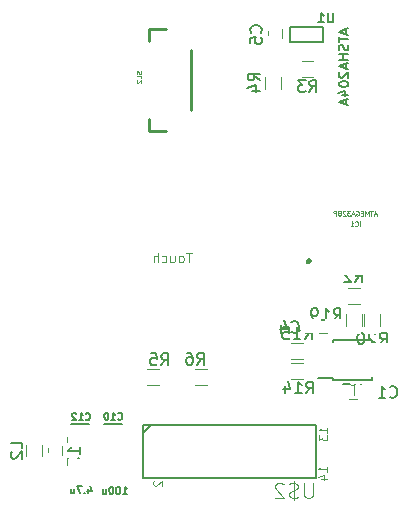
<source format=gbo>
G04 #@! TF.FileFunction,Legend,Bot*
%FSLAX46Y46*%
G04 Gerber Fmt 4.6, Leading zero omitted, Abs format (unit mm)*
G04 Created by KiCad (PCBNEW 4.0.6) date 08/27/17 11:03:30*
%MOMM*%
%LPD*%
G01*
G04 APERTURE LIST*
%ADD10C,0.100000*%
%ADD11C,0.150000*%
%ADD12C,0.508000*%
%ADD13C,0.120000*%
%ADD14C,0.203200*%
%ADD15C,0.254000*%
%ADD16C,0.127000*%
%ADD17C,0.025400*%
%ADD18C,0.101600*%
%ADD19C,0.050800*%
%ADD20R,1.850000X0.850000*%
%ADD21R,1.670000X0.933400*%
%ADD22R,0.933400X1.670000*%
%ADD23R,1.600000X1.150000*%
%ADD24R,1.300000X1.600000*%
%ADD25R,1.398220X1.299160*%
%ADD26R,1.150000X1.600000*%
%ADD27R,1.997660X1.799540*%
%ADD28R,1.600000X1.300000*%
%ADD29R,1.949400X0.999440*%
%ADD30R,2.198320X1.598880*%
%ADD31R,0.900000X1.300000*%
%ADD32R,1.300000X0.900000*%
%ADD33C,1.705560*%
G04 APERTURE END LIST*
D10*
D11*
X161748600Y-115322600D02*
X161748600Y-115147600D01*
X165098600Y-115322600D02*
X165098600Y-115072600D01*
X165098600Y-111972600D02*
X165098600Y-112222600D01*
X161748600Y-111972600D02*
X161748600Y-112222600D01*
X161748600Y-115322600D02*
X165098600Y-115322600D01*
X161748600Y-111972600D02*
X165098600Y-111972600D01*
X161748600Y-115147600D02*
X160498600Y-115147600D01*
D12*
X159725721Y-105291000D02*
G75*
G03X159725721Y-105291000I-35921J0D01*
G01*
D13*
X161284400Y-110202800D02*
X160584400Y-110202800D01*
X160584400Y-111402800D02*
X161284400Y-111402800D01*
X137154200Y-121818400D02*
X137154200Y-120818400D01*
X135794200Y-120818400D02*
X135794200Y-121818400D01*
X155987200Y-89678000D02*
X155987200Y-90678000D01*
X157347200Y-90678000D02*
X157347200Y-89678000D01*
D14*
X158112460Y-86700740D02*
X160898840Y-86700740D01*
X160898840Y-86700740D02*
X160898840Y-85479000D01*
X160898840Y-85479000D02*
X158112460Y-85479000D01*
X158112460Y-85479000D02*
X158112460Y-86700740D01*
D13*
X156270400Y-85662400D02*
X156270400Y-86362400D01*
X157470400Y-86362400D02*
X157470400Y-85662400D01*
D14*
X143891000Y-119057800D02*
X142367000Y-119057800D01*
X141122400Y-119108600D02*
X139598400Y-119108600D01*
D13*
X164025200Y-107582800D02*
X163025200Y-107582800D01*
X163025200Y-108942800D02*
X164025200Y-108942800D01*
X160113600Y-88380400D02*
X159113600Y-88380400D01*
X159113600Y-89740400D02*
X160113600Y-89740400D01*
X146007200Y-115750000D02*
X147007200Y-115750000D01*
X147007200Y-114390000D02*
X146007200Y-114390000D01*
X150071200Y-115750000D02*
X151071200Y-115750000D01*
X151071200Y-114390000D02*
X150071200Y-114390000D01*
D15*
X149758400Y-87409400D02*
X149758400Y-92489400D01*
X147599400Y-85631400D02*
X146202400Y-85631400D01*
X146202400Y-93251400D02*
X146202400Y-94267400D01*
X146202400Y-94267400D02*
X147599400Y-94267400D01*
X146202400Y-85631400D02*
X146202400Y-86647400D01*
D13*
X137626800Y-120968400D02*
X137626800Y-121668400D01*
X138826800Y-121668400D02*
X138826800Y-120968400D01*
X163824400Y-115740000D02*
X163124400Y-115740000D01*
X163124400Y-116940000D02*
X163824400Y-116940000D01*
X158250000Y-115267400D02*
X159250000Y-115267400D01*
X159250000Y-113907400D02*
X158250000Y-113907400D01*
X158250000Y-113565600D02*
X159250000Y-113565600D01*
X159250000Y-112205600D02*
X158250000Y-112205600D01*
X164205200Y-110744000D02*
X164205200Y-109744000D01*
X162845200Y-109744000D02*
X162845200Y-110744000D01*
X165729200Y-110744000D02*
X165729200Y-109744000D01*
X164369200Y-109744000D02*
X164369200Y-110744000D01*
D16*
X145700000Y-119200000D02*
X145700000Y-123645000D01*
X145700000Y-123645000D02*
X160305000Y-123645000D01*
X160305000Y-123645000D02*
X160305000Y-119200000D01*
X160305000Y-119200000D02*
X145700000Y-119200000D01*
X146335000Y-119200000D02*
X145700000Y-119835000D01*
X145700000Y-119835000D02*
X145700000Y-119200000D01*
X145700000Y-119200000D02*
X146335000Y-119200000D01*
D11*
X164185505Y-115699981D02*
X164185505Y-116509505D01*
X164137886Y-116604743D01*
X164090267Y-116652362D01*
X163995029Y-116699981D01*
X163804552Y-116699981D01*
X163709314Y-116652362D01*
X163661695Y-116604743D01*
X163614076Y-116509505D01*
X163614076Y-115699981D01*
X163233124Y-115699981D02*
X162614076Y-115699981D01*
X162947410Y-116080933D01*
X162804552Y-116080933D01*
X162709314Y-116128552D01*
X162661695Y-116176171D01*
X162614076Y-116271410D01*
X162614076Y-116509505D01*
X162661695Y-116604743D01*
X162709314Y-116652362D01*
X162804552Y-116699981D01*
X163090267Y-116699981D01*
X163185505Y-116652362D01*
X163233124Y-116604743D01*
D17*
X164075324Y-102329248D02*
X164075324Y-101922848D01*
X163649572Y-102290543D02*
X163668924Y-102309895D01*
X163726981Y-102329248D01*
X163765686Y-102329248D01*
X163823743Y-102309895D01*
X163862448Y-102271190D01*
X163881800Y-102232486D01*
X163901152Y-102155076D01*
X163901152Y-102097019D01*
X163881800Y-102019610D01*
X163862448Y-101980905D01*
X163823743Y-101942200D01*
X163765686Y-101922848D01*
X163726981Y-101922848D01*
X163668924Y-101942200D01*
X163649572Y-101961552D01*
X163262524Y-102329248D02*
X163494752Y-102329248D01*
X163378638Y-102329248D02*
X163378638Y-101922848D01*
X163417343Y-101980905D01*
X163456048Y-102019610D01*
X163494752Y-102038962D01*
X165456600Y-101324133D02*
X165263077Y-101324133D01*
X165495305Y-101440248D02*
X165359839Y-101033848D01*
X165224372Y-101440248D01*
X165146962Y-101033848D02*
X164914734Y-101033848D01*
X165030848Y-101440248D02*
X165030848Y-101033848D01*
X164779267Y-101440248D02*
X164779267Y-101033848D01*
X164643800Y-101324133D01*
X164508334Y-101033848D01*
X164508334Y-101440248D01*
X164314810Y-101227371D02*
X164179343Y-101227371D01*
X164121286Y-101440248D02*
X164314810Y-101440248D01*
X164314810Y-101033848D01*
X164121286Y-101033848D01*
X163734239Y-101053200D02*
X163772944Y-101033848D01*
X163831001Y-101033848D01*
X163889058Y-101053200D01*
X163927763Y-101091905D01*
X163947115Y-101130610D01*
X163966467Y-101208019D01*
X163966467Y-101266076D01*
X163947115Y-101343486D01*
X163927763Y-101382190D01*
X163889058Y-101420895D01*
X163831001Y-101440248D01*
X163792296Y-101440248D01*
X163734239Y-101420895D01*
X163714887Y-101401543D01*
X163714887Y-101266076D01*
X163792296Y-101266076D01*
X163560067Y-101324133D02*
X163366544Y-101324133D01*
X163598772Y-101440248D02*
X163463306Y-101033848D01*
X163327839Y-101440248D01*
X163231077Y-101033848D02*
X162979496Y-101033848D01*
X163114963Y-101188667D01*
X163056905Y-101188667D01*
X163018201Y-101208019D01*
X162998848Y-101227371D01*
X162979496Y-101266076D01*
X162979496Y-101362838D01*
X162998848Y-101401543D01*
X163018201Y-101420895D01*
X163056905Y-101440248D01*
X163173020Y-101440248D01*
X163211724Y-101420895D01*
X163231077Y-101401543D01*
X162824676Y-101072552D02*
X162805324Y-101053200D01*
X162766619Y-101033848D01*
X162669857Y-101033848D01*
X162631153Y-101053200D01*
X162611800Y-101072552D01*
X162592448Y-101111257D01*
X162592448Y-101149962D01*
X162611800Y-101208019D01*
X162844029Y-101440248D01*
X162592448Y-101440248D01*
X162360219Y-101208019D02*
X162398924Y-101188667D01*
X162418276Y-101169314D01*
X162437628Y-101130610D01*
X162437628Y-101111257D01*
X162418276Y-101072552D01*
X162398924Y-101053200D01*
X162360219Y-101033848D01*
X162282809Y-101033848D01*
X162244105Y-101053200D01*
X162224752Y-101072552D01*
X162205400Y-101111257D01*
X162205400Y-101130610D01*
X162224752Y-101169314D01*
X162244105Y-101188667D01*
X162282809Y-101208019D01*
X162360219Y-101208019D01*
X162398924Y-101227371D01*
X162418276Y-101246724D01*
X162437628Y-101285429D01*
X162437628Y-101362838D01*
X162418276Y-101401543D01*
X162398924Y-101420895D01*
X162360219Y-101440248D01*
X162282809Y-101440248D01*
X162244105Y-101420895D01*
X162224752Y-101401543D01*
X162205400Y-101362838D01*
X162205400Y-101285429D01*
X162224752Y-101246724D01*
X162244105Y-101227371D01*
X162282809Y-101208019D01*
X162031228Y-101440248D02*
X162031228Y-101033848D01*
X161876409Y-101033848D01*
X161837704Y-101053200D01*
X161818352Y-101072552D01*
X161799000Y-101111257D01*
X161799000Y-101169314D01*
X161818352Y-101208019D01*
X161837704Y-101227371D01*
X161876409Y-101246724D01*
X162031228Y-101246724D01*
D11*
X158256266Y-111261543D02*
X158303885Y-111309162D01*
X158446742Y-111356781D01*
X158541980Y-111356781D01*
X158684838Y-111309162D01*
X158780076Y-111213924D01*
X158827695Y-111118686D01*
X158875314Y-110928210D01*
X158875314Y-110785352D01*
X158827695Y-110594876D01*
X158780076Y-110499638D01*
X158684838Y-110404400D01*
X158541980Y-110356781D01*
X158446742Y-110356781D01*
X158303885Y-110404400D01*
X158256266Y-110452019D01*
X157399123Y-110690114D02*
X157399123Y-111356781D01*
X157637219Y-110309162D02*
X157875314Y-111023448D01*
X157256266Y-111023448D01*
X135476581Y-121151734D02*
X135476581Y-120675543D01*
X134476581Y-120675543D01*
X134571819Y-121437448D02*
X134524200Y-121485067D01*
X134476581Y-121580305D01*
X134476581Y-121818401D01*
X134524200Y-121913639D01*
X134571819Y-121961258D01*
X134667057Y-122008877D01*
X134762295Y-122008877D01*
X134905152Y-121961258D01*
X135476581Y-121389829D01*
X135476581Y-122008877D01*
D13*
X149803552Y-104573967D02*
X149346409Y-104573967D01*
X149574980Y-105373967D02*
X149574980Y-104573967D01*
X148965456Y-105373967D02*
X149041647Y-105335872D01*
X149079742Y-105297776D01*
X149117837Y-105221586D01*
X149117837Y-104993014D01*
X149079742Y-104916824D01*
X149041647Y-104878729D01*
X148965456Y-104840633D01*
X148851170Y-104840633D01*
X148774980Y-104878729D01*
X148736885Y-104916824D01*
X148698789Y-104993014D01*
X148698789Y-105221586D01*
X148736885Y-105297776D01*
X148774980Y-105335872D01*
X148851170Y-105373967D01*
X148965456Y-105373967D01*
X148013075Y-104840633D02*
X148013075Y-105373967D01*
X148355932Y-104840633D02*
X148355932Y-105259681D01*
X148317837Y-105335872D01*
X148241646Y-105373967D01*
X148127360Y-105373967D01*
X148051170Y-105335872D01*
X148013075Y-105297776D01*
X147289265Y-105335872D02*
X147365455Y-105373967D01*
X147517836Y-105373967D01*
X147594027Y-105335872D01*
X147632122Y-105297776D01*
X147670217Y-105221586D01*
X147670217Y-104993014D01*
X147632122Y-104916824D01*
X147594027Y-104878729D01*
X147517836Y-104840633D01*
X147365455Y-104840633D01*
X147289265Y-104878729D01*
X146946408Y-105373967D02*
X146946408Y-104573967D01*
X146603551Y-105373967D02*
X146603551Y-104954919D01*
X146641646Y-104878729D01*
X146717836Y-104840633D01*
X146832122Y-104840633D01*
X146908313Y-104878729D01*
X146946408Y-104916824D01*
D11*
X155570181Y-89985934D02*
X155093990Y-89652600D01*
X155570181Y-89414505D02*
X154570181Y-89414505D01*
X154570181Y-89795458D01*
X154617800Y-89890696D01*
X154665419Y-89938315D01*
X154760657Y-89985934D01*
X154903514Y-89985934D01*
X154998752Y-89938315D01*
X155046371Y-89890696D01*
X155093990Y-89795458D01*
X155093990Y-89414505D01*
X154903514Y-90843077D02*
X155570181Y-90843077D01*
X154522562Y-90604981D02*
X155236848Y-90366886D01*
X155236848Y-90985934D01*
D16*
X161807676Y-84271895D02*
X161807676Y-84929876D01*
X161768971Y-85007286D01*
X161730267Y-85045990D01*
X161652857Y-85084695D01*
X161498038Y-85084695D01*
X161420629Y-85045990D01*
X161381924Y-85007286D01*
X161343219Y-84929876D01*
X161343219Y-84271895D01*
X160530419Y-85084695D02*
X160994876Y-85084695D01*
X160762647Y-85084695D02*
X160762647Y-84271895D01*
X160840057Y-84388010D01*
X160917466Y-84465419D01*
X160994876Y-84504124D01*
X162847867Y-85658010D02*
X162847867Y-86045058D01*
X163080095Y-85580601D02*
X162267295Y-85851534D01*
X163080095Y-86122467D01*
X162267295Y-86277287D02*
X162267295Y-86741744D01*
X163080095Y-86509515D02*
X162267295Y-86509515D01*
X163041390Y-86973972D02*
X163080095Y-87090086D01*
X163080095Y-87283610D01*
X163041390Y-87361020D01*
X163002686Y-87399724D01*
X162925276Y-87438429D01*
X162847867Y-87438429D01*
X162770457Y-87399724D01*
X162731752Y-87361020D01*
X162693048Y-87283610D01*
X162654343Y-87128791D01*
X162615638Y-87051382D01*
X162576933Y-87012677D01*
X162499524Y-86973972D01*
X162422114Y-86973972D01*
X162344705Y-87012677D01*
X162306000Y-87051382D01*
X162267295Y-87128791D01*
X162267295Y-87322315D01*
X162306000Y-87438429D01*
X163080095Y-87786772D02*
X162267295Y-87786772D01*
X162654343Y-87786772D02*
X162654343Y-88251229D01*
X163080095Y-88251229D02*
X162267295Y-88251229D01*
X162847867Y-88599572D02*
X162847867Y-88986620D01*
X163080095Y-88522163D02*
X162267295Y-88793096D01*
X163080095Y-89064029D01*
X162344705Y-89296258D02*
X162306000Y-89334963D01*
X162267295Y-89412372D01*
X162267295Y-89605896D01*
X162306000Y-89683306D01*
X162344705Y-89722010D01*
X162422114Y-89760715D01*
X162499524Y-89760715D01*
X162615638Y-89722010D01*
X163080095Y-89257553D01*
X163080095Y-89760715D01*
X162267295Y-90263877D02*
X162267295Y-90341286D01*
X162306000Y-90418696D01*
X162344705Y-90457401D01*
X162422114Y-90496105D01*
X162576933Y-90534810D01*
X162770457Y-90534810D01*
X162925276Y-90496105D01*
X163002686Y-90457401D01*
X163041390Y-90418696D01*
X163080095Y-90341286D01*
X163080095Y-90263877D01*
X163041390Y-90186467D01*
X163002686Y-90147763D01*
X162925276Y-90109058D01*
X162770457Y-90070353D01*
X162576933Y-90070353D01*
X162422114Y-90109058D01*
X162344705Y-90147763D01*
X162306000Y-90186467D01*
X162267295Y-90263877D01*
X162538229Y-91231496D02*
X163080095Y-91231496D01*
X162228590Y-91037972D02*
X162809162Y-90844448D01*
X162809162Y-91347610D01*
X162847867Y-91618543D02*
X162847867Y-92005591D01*
X163080095Y-91541134D02*
X162267295Y-91812067D01*
X163080095Y-92083000D01*
D11*
X155652743Y-85947334D02*
X155700362Y-85899715D01*
X155747981Y-85756858D01*
X155747981Y-85661620D01*
X155700362Y-85518762D01*
X155605124Y-85423524D01*
X155509886Y-85375905D01*
X155319410Y-85328286D01*
X155176552Y-85328286D01*
X154986076Y-85375905D01*
X154890838Y-85423524D01*
X154795600Y-85518762D01*
X154747981Y-85661620D01*
X154747981Y-85756858D01*
X154795600Y-85899715D01*
X154843219Y-85947334D01*
X154747981Y-86852096D02*
X154747981Y-86375905D01*
X155224171Y-86328286D01*
X155176552Y-86375905D01*
X155128933Y-86471143D01*
X155128933Y-86709239D01*
X155176552Y-86804477D01*
X155224171Y-86852096D01*
X155319410Y-86899715D01*
X155557505Y-86899715D01*
X155652743Y-86852096D01*
X155700362Y-86804477D01*
X155747981Y-86709239D01*
X155747981Y-86471143D01*
X155700362Y-86375905D01*
X155652743Y-86328286D01*
D16*
X143571685Y-118665914D02*
X143600714Y-118694943D01*
X143687800Y-118723971D01*
X143745857Y-118723971D01*
X143832942Y-118694943D01*
X143891000Y-118636886D01*
X143920028Y-118578829D01*
X143949057Y-118462714D01*
X143949057Y-118375629D01*
X143920028Y-118259514D01*
X143891000Y-118201457D01*
X143832942Y-118143400D01*
X143745857Y-118114371D01*
X143687800Y-118114371D01*
X143600714Y-118143400D01*
X143571685Y-118172429D01*
X142991114Y-118723971D02*
X143339457Y-118723971D01*
X143165285Y-118723971D02*
X143165285Y-118114371D01*
X143223342Y-118201457D01*
X143281400Y-118259514D01*
X143339457Y-118288543D01*
X142613743Y-118114371D02*
X142555686Y-118114371D01*
X142497629Y-118143400D01*
X142468600Y-118172429D01*
X142439571Y-118230486D01*
X142410543Y-118346600D01*
X142410543Y-118491743D01*
X142439571Y-118607857D01*
X142468600Y-118665914D01*
X142497629Y-118694943D01*
X142555686Y-118723971D01*
X142613743Y-118723971D01*
X142671800Y-118694943D01*
X142700829Y-118665914D01*
X142729857Y-118607857D01*
X142758886Y-118491743D01*
X142758886Y-118346600D01*
X142729857Y-118230486D01*
X142700829Y-118172429D01*
X142671800Y-118143400D01*
X142613743Y-118114371D01*
X143988971Y-124997771D02*
X144337314Y-124997771D01*
X144163142Y-124997771D02*
X144163142Y-124388171D01*
X144221199Y-124475257D01*
X144279257Y-124533314D01*
X144337314Y-124562343D01*
X143611600Y-124388171D02*
X143553543Y-124388171D01*
X143495486Y-124417200D01*
X143466457Y-124446229D01*
X143437428Y-124504286D01*
X143408400Y-124620400D01*
X143408400Y-124765543D01*
X143437428Y-124881657D01*
X143466457Y-124939714D01*
X143495486Y-124968743D01*
X143553543Y-124997771D01*
X143611600Y-124997771D01*
X143669657Y-124968743D01*
X143698686Y-124939714D01*
X143727714Y-124881657D01*
X143756743Y-124765543D01*
X143756743Y-124620400D01*
X143727714Y-124504286D01*
X143698686Y-124446229D01*
X143669657Y-124417200D01*
X143611600Y-124388171D01*
X143031029Y-124388171D02*
X142972972Y-124388171D01*
X142914915Y-124417200D01*
X142885886Y-124446229D01*
X142856857Y-124504286D01*
X142827829Y-124620400D01*
X142827829Y-124765543D01*
X142856857Y-124881657D01*
X142885886Y-124939714D01*
X142914915Y-124968743D01*
X142972972Y-124997771D01*
X143031029Y-124997771D01*
X143089086Y-124968743D01*
X143118115Y-124939714D01*
X143147143Y-124881657D01*
X143176172Y-124765543D01*
X143176172Y-124620400D01*
X143147143Y-124504286D01*
X143118115Y-124446229D01*
X143089086Y-124417200D01*
X143031029Y-124388171D01*
X142305315Y-124591371D02*
X142305315Y-124997771D01*
X142566572Y-124591371D02*
X142566572Y-124910686D01*
X142537544Y-124968743D01*
X142479486Y-124997771D01*
X142392401Y-124997771D01*
X142334344Y-124968743D01*
X142305315Y-124939714D01*
X140828485Y-118691314D02*
X140857514Y-118720343D01*
X140944600Y-118749371D01*
X141002657Y-118749371D01*
X141089742Y-118720343D01*
X141147800Y-118662286D01*
X141176828Y-118604229D01*
X141205857Y-118488114D01*
X141205857Y-118401029D01*
X141176828Y-118284914D01*
X141147800Y-118226857D01*
X141089742Y-118168800D01*
X141002657Y-118139771D01*
X140944600Y-118139771D01*
X140857514Y-118168800D01*
X140828485Y-118197829D01*
X140247914Y-118749371D02*
X140596257Y-118749371D01*
X140422085Y-118749371D02*
X140422085Y-118139771D01*
X140480142Y-118226857D01*
X140538200Y-118284914D01*
X140596257Y-118313943D01*
X140015686Y-118197829D02*
X139986657Y-118168800D01*
X139928600Y-118139771D01*
X139783457Y-118139771D01*
X139725400Y-118168800D01*
X139696371Y-118197829D01*
X139667343Y-118255886D01*
X139667343Y-118313943D01*
X139696371Y-118401029D01*
X140044714Y-118749371D01*
X139667343Y-118749371D01*
X141057085Y-124540571D02*
X141057085Y-124946971D01*
X141202228Y-124308343D02*
X141347371Y-124743771D01*
X140969999Y-124743771D01*
X140737771Y-124888914D02*
X140708743Y-124917943D01*
X140737771Y-124946971D01*
X140766800Y-124917943D01*
X140737771Y-124888914D01*
X140737771Y-124946971D01*
X140505542Y-124337371D02*
X140099142Y-124337371D01*
X140360399Y-124946971D01*
X139605657Y-124540571D02*
X139605657Y-124946971D01*
X139866914Y-124540571D02*
X139866914Y-124859886D01*
X139837886Y-124917943D01*
X139779828Y-124946971D01*
X139692743Y-124946971D01*
X139634686Y-124917943D01*
X139605657Y-124888914D01*
D11*
X163666466Y-107064181D02*
X163999800Y-106587990D01*
X164237895Y-107064181D02*
X164237895Y-106064181D01*
X163856942Y-106064181D01*
X163761704Y-106111800D01*
X163714085Y-106159419D01*
X163666466Y-106254657D01*
X163666466Y-106397514D01*
X163714085Y-106492752D01*
X163761704Y-106540371D01*
X163856942Y-106587990D01*
X164237895Y-106587990D01*
X163285514Y-106159419D02*
X163237895Y-106111800D01*
X163142657Y-106064181D01*
X162904561Y-106064181D01*
X162809323Y-106111800D01*
X162761704Y-106159419D01*
X162714085Y-106254657D01*
X162714085Y-106349895D01*
X162761704Y-106492752D01*
X163333133Y-107064181D01*
X162714085Y-107064181D01*
X159780266Y-90962781D02*
X160113600Y-90486590D01*
X160351695Y-90962781D02*
X160351695Y-89962781D01*
X159970742Y-89962781D01*
X159875504Y-90010400D01*
X159827885Y-90058019D01*
X159780266Y-90153257D01*
X159780266Y-90296114D01*
X159827885Y-90391352D01*
X159875504Y-90438971D01*
X159970742Y-90486590D01*
X160351695Y-90486590D01*
X159446933Y-89962781D02*
X158827885Y-89962781D01*
X159161219Y-90343733D01*
X159018361Y-90343733D01*
X158923123Y-90391352D01*
X158875504Y-90438971D01*
X158827885Y-90534210D01*
X158827885Y-90772305D01*
X158875504Y-90867543D01*
X158923123Y-90915162D01*
X159018361Y-90962781D01*
X159304076Y-90962781D01*
X159399314Y-90915162D01*
X159446933Y-90867543D01*
X147232666Y-114099981D02*
X147566000Y-113623790D01*
X147804095Y-114099981D02*
X147804095Y-113099981D01*
X147423142Y-113099981D01*
X147327904Y-113147600D01*
X147280285Y-113195219D01*
X147232666Y-113290457D01*
X147232666Y-113433314D01*
X147280285Y-113528552D01*
X147327904Y-113576171D01*
X147423142Y-113623790D01*
X147804095Y-113623790D01*
X146327904Y-113099981D02*
X146804095Y-113099981D01*
X146851714Y-113576171D01*
X146804095Y-113528552D01*
X146708857Y-113480933D01*
X146470761Y-113480933D01*
X146375523Y-113528552D01*
X146327904Y-113576171D01*
X146280285Y-113671410D01*
X146280285Y-113909505D01*
X146327904Y-114004743D01*
X146375523Y-114052362D01*
X146470761Y-114099981D01*
X146708857Y-114099981D01*
X146804095Y-114052362D01*
X146851714Y-114004743D01*
X150280666Y-114049181D02*
X150614000Y-113572990D01*
X150852095Y-114049181D02*
X150852095Y-113049181D01*
X150471142Y-113049181D01*
X150375904Y-113096800D01*
X150328285Y-113144419D01*
X150280666Y-113239657D01*
X150280666Y-113382514D01*
X150328285Y-113477752D01*
X150375904Y-113525371D01*
X150471142Y-113572990D01*
X150852095Y-113572990D01*
X149423523Y-113049181D02*
X149614000Y-113049181D01*
X149709238Y-113096800D01*
X149756857Y-113144419D01*
X149852095Y-113287276D01*
X149899714Y-113477752D01*
X149899714Y-113858705D01*
X149852095Y-113953943D01*
X149804476Y-114001562D01*
X149709238Y-114049181D01*
X149518761Y-114049181D01*
X149423523Y-114001562D01*
X149375904Y-113953943D01*
X149328285Y-113858705D01*
X149328285Y-113620610D01*
X149375904Y-113525371D01*
X149423523Y-113477752D01*
X149518761Y-113430133D01*
X149709238Y-113430133D01*
X149804476Y-113477752D01*
X149852095Y-113525371D01*
X149899714Y-113620610D01*
D17*
X145528695Y-89221267D02*
X145548048Y-89279324D01*
X145548048Y-89376086D01*
X145528695Y-89414790D01*
X145509343Y-89434143D01*
X145470638Y-89453495D01*
X145431933Y-89453495D01*
X145393229Y-89434143D01*
X145373876Y-89414790D01*
X145354524Y-89376086D01*
X145335171Y-89298676D01*
X145315819Y-89259971D01*
X145296467Y-89240619D01*
X145257762Y-89221267D01*
X145219057Y-89221267D01*
X145180352Y-89240619D01*
X145161000Y-89259971D01*
X145141648Y-89298676D01*
X145141648Y-89395438D01*
X145161000Y-89453495D01*
X145548048Y-89821191D02*
X145548048Y-89627667D01*
X145141648Y-89627667D01*
X145180352Y-89937305D02*
X145161000Y-89956657D01*
X145141648Y-89995362D01*
X145141648Y-90092124D01*
X145161000Y-90130828D01*
X145180352Y-90150181D01*
X145219057Y-90169533D01*
X145257762Y-90169533D01*
X145315819Y-90150181D01*
X145548048Y-89917952D01*
X145548048Y-90169533D01*
D11*
X140215943Y-120657143D02*
X140263562Y-120609524D01*
X140311181Y-120466667D01*
X140311181Y-120371429D01*
X140263562Y-120228571D01*
X140168324Y-120133333D01*
X140073086Y-120085714D01*
X139882610Y-120038095D01*
X139739752Y-120038095D01*
X139549276Y-120085714D01*
X139454038Y-120133333D01*
X139358800Y-120228571D01*
X139311181Y-120371429D01*
X139311181Y-120466667D01*
X139358800Y-120609524D01*
X139406419Y-120657143D01*
X140311181Y-121609524D02*
X140311181Y-121038095D01*
X140311181Y-121323809D02*
X139311181Y-121323809D01*
X139454038Y-121228571D01*
X139549276Y-121133333D01*
X139596895Y-121038095D01*
X139311181Y-121942857D02*
X139311181Y-122561905D01*
X139692133Y-122228571D01*
X139692133Y-122371429D01*
X139739752Y-122466667D01*
X139787371Y-122514286D01*
X139882610Y-122561905D01*
X140120705Y-122561905D01*
X140215943Y-122514286D01*
X140263562Y-122466667D01*
X140311181Y-122371429D01*
X140311181Y-122085714D01*
X140263562Y-121990476D01*
X140215943Y-121942857D01*
X166587466Y-116773343D02*
X166635085Y-116820962D01*
X166777942Y-116868581D01*
X166873180Y-116868581D01*
X167016038Y-116820962D01*
X167111276Y-116725724D01*
X167158895Y-116630486D01*
X167206514Y-116440010D01*
X167206514Y-116297152D01*
X167158895Y-116106676D01*
X167111276Y-116011438D01*
X167016038Y-115916200D01*
X166873180Y-115868581D01*
X166777942Y-115868581D01*
X166635085Y-115916200D01*
X166587466Y-115963819D01*
X165635085Y-116868581D02*
X166206514Y-116868581D01*
X165920800Y-116868581D02*
X165920800Y-115868581D01*
X166016038Y-116011438D01*
X166111276Y-116106676D01*
X166206514Y-116154295D01*
X159494457Y-116487581D02*
X159827791Y-116011390D01*
X160065886Y-116487581D02*
X160065886Y-115487581D01*
X159684933Y-115487581D01*
X159589695Y-115535200D01*
X159542076Y-115582819D01*
X159494457Y-115678057D01*
X159494457Y-115820914D01*
X159542076Y-115916152D01*
X159589695Y-115963771D01*
X159684933Y-116011390D01*
X160065886Y-116011390D01*
X158542076Y-116487581D02*
X159113505Y-116487581D01*
X158827791Y-116487581D02*
X158827791Y-115487581D01*
X158923029Y-115630438D01*
X159018267Y-115725676D01*
X159113505Y-115773295D01*
X157684933Y-115820914D02*
X157684933Y-116487581D01*
X157923029Y-115439962D02*
X158161124Y-116154248D01*
X157542076Y-116154248D01*
X159392857Y-111887981D02*
X159726191Y-111411790D01*
X159964286Y-111887981D02*
X159964286Y-110887981D01*
X159583333Y-110887981D01*
X159488095Y-110935600D01*
X159440476Y-110983219D01*
X159392857Y-111078457D01*
X159392857Y-111221314D01*
X159440476Y-111316552D01*
X159488095Y-111364171D01*
X159583333Y-111411790D01*
X159964286Y-111411790D01*
X158440476Y-111887981D02*
X159011905Y-111887981D01*
X158726191Y-111887981D02*
X158726191Y-110887981D01*
X158821429Y-111030838D01*
X158916667Y-111126076D01*
X159011905Y-111173695D01*
X157535714Y-110887981D02*
X158011905Y-110887981D01*
X158059524Y-111364171D01*
X158011905Y-111316552D01*
X157916667Y-111268933D01*
X157678571Y-111268933D01*
X157583333Y-111316552D01*
X157535714Y-111364171D01*
X157488095Y-111459410D01*
X157488095Y-111697505D01*
X157535714Y-111792743D01*
X157583333Y-111840362D01*
X157678571Y-111887981D01*
X157916667Y-111887981D01*
X158011905Y-111840362D01*
X158059524Y-111792743D01*
X161831257Y-110289981D02*
X162164591Y-109813790D01*
X162402686Y-110289981D02*
X162402686Y-109289981D01*
X162021733Y-109289981D01*
X161926495Y-109337600D01*
X161878876Y-109385219D01*
X161831257Y-109480457D01*
X161831257Y-109623314D01*
X161878876Y-109718552D01*
X161926495Y-109766171D01*
X162021733Y-109813790D01*
X162402686Y-109813790D01*
X160878876Y-110289981D02*
X161450305Y-110289981D01*
X161164591Y-110289981D02*
X161164591Y-109289981D01*
X161259829Y-109432838D01*
X161355067Y-109528076D01*
X161450305Y-109575695D01*
X160402686Y-110289981D02*
X160212210Y-110289981D01*
X160116971Y-110242362D01*
X160069352Y-110194743D01*
X159974114Y-110051886D01*
X159926495Y-109861410D01*
X159926495Y-109480457D01*
X159974114Y-109385219D01*
X160021733Y-109337600D01*
X160116971Y-109289981D01*
X160307448Y-109289981D01*
X160402686Y-109337600D01*
X160450305Y-109385219D01*
X160497924Y-109480457D01*
X160497924Y-109718552D01*
X160450305Y-109813790D01*
X160402686Y-109861410D01*
X160307448Y-109909029D01*
X160116971Y-109909029D01*
X160021733Y-109861410D01*
X159974114Y-109813790D01*
X159926495Y-109718552D01*
X165742857Y-112347381D02*
X166076191Y-111871190D01*
X166314286Y-112347381D02*
X166314286Y-111347381D01*
X165933333Y-111347381D01*
X165838095Y-111395000D01*
X165790476Y-111442619D01*
X165742857Y-111537857D01*
X165742857Y-111680714D01*
X165790476Y-111775952D01*
X165838095Y-111823571D01*
X165933333Y-111871190D01*
X166314286Y-111871190D01*
X165361905Y-111442619D02*
X165314286Y-111395000D01*
X165219048Y-111347381D01*
X164980952Y-111347381D01*
X164885714Y-111395000D01*
X164838095Y-111442619D01*
X164790476Y-111537857D01*
X164790476Y-111633095D01*
X164838095Y-111775952D01*
X165409524Y-112347381D01*
X164790476Y-112347381D01*
X164171429Y-111347381D02*
X164076190Y-111347381D01*
X163980952Y-111395000D01*
X163933333Y-111442619D01*
X163885714Y-111537857D01*
X163838095Y-111728333D01*
X163838095Y-111966429D01*
X163885714Y-112156905D01*
X163933333Y-112252143D01*
X163980952Y-112299762D01*
X164076190Y-112347381D01*
X164171429Y-112347381D01*
X164266667Y-112299762D01*
X164314286Y-112252143D01*
X164361905Y-112156905D01*
X164409524Y-111966429D01*
X164409524Y-111728333D01*
X164361905Y-111537857D01*
X164314286Y-111442619D01*
X164266667Y-111395000D01*
X164171429Y-111347381D01*
D18*
X160068381Y-124077324D02*
X160068381Y-125105419D01*
X160007905Y-125226371D01*
X159947429Y-125286848D01*
X159826476Y-125347324D01*
X159584572Y-125347324D01*
X159463619Y-125286848D01*
X159403143Y-125226371D01*
X159342667Y-125105419D01*
X159342667Y-124077324D01*
X158798381Y-125286848D02*
X158616953Y-125347324D01*
X158314572Y-125347324D01*
X158193619Y-125286848D01*
X158133143Y-125226371D01*
X158072667Y-125105419D01*
X158072667Y-124984467D01*
X158133143Y-124863514D01*
X158193619Y-124803038D01*
X158314572Y-124742562D01*
X158556476Y-124682086D01*
X158677429Y-124621610D01*
X158737905Y-124561133D01*
X158798381Y-124440181D01*
X158798381Y-124319229D01*
X158737905Y-124198276D01*
X158677429Y-124137800D01*
X158556476Y-124077324D01*
X158254096Y-124077324D01*
X158072667Y-124137800D01*
X158435524Y-123895895D02*
X158435524Y-125528752D01*
X157588857Y-124198276D02*
X157528381Y-124137800D01*
X157407429Y-124077324D01*
X157105048Y-124077324D01*
X156984095Y-124137800D01*
X156923619Y-124198276D01*
X156863143Y-124319229D01*
X156863143Y-124440181D01*
X156923619Y-124621610D01*
X157649333Y-125347324D01*
X156863143Y-125347324D01*
D19*
X146638772Y-123900089D02*
X146605510Y-123933351D01*
X146572248Y-123999874D01*
X146572248Y-124166184D01*
X146605510Y-124232708D01*
X146638772Y-124265970D01*
X146705296Y-124299231D01*
X146771820Y-124299231D01*
X146871605Y-124265970D01*
X147270748Y-123866827D01*
X147270748Y-124299231D01*
X161240748Y-123105552D02*
X161240748Y-122706410D01*
X161240748Y-122905981D02*
X160542248Y-122905981D01*
X160642034Y-122839457D01*
X160708558Y-122772933D01*
X160741820Y-122706410D01*
X160775081Y-123704267D02*
X161240748Y-123704267D01*
X160508986Y-123537957D02*
X161007915Y-123371648D01*
X161007915Y-123804052D01*
X161304248Y-119806092D02*
X161304248Y-119406950D01*
X161304248Y-119606521D02*
X160605748Y-119606521D01*
X160705534Y-119539997D01*
X160772058Y-119473473D01*
X160805320Y-119406950D01*
X160605748Y-120038926D02*
X160605748Y-120471330D01*
X160871843Y-120238497D01*
X160871843Y-120338283D01*
X160905105Y-120404807D01*
X160938367Y-120438069D01*
X161004891Y-120471330D01*
X161171200Y-120471330D01*
X161237724Y-120438069D01*
X161270986Y-120404807D01*
X161304248Y-120338283D01*
X161304248Y-120138711D01*
X161270986Y-120072188D01*
X161237724Y-120038926D01*
%LPC*%
D20*
X161223600Y-114622600D03*
X161223600Y-113972600D03*
X161223600Y-113322600D03*
X161223600Y-112672600D03*
X165623600Y-112672600D03*
X165623600Y-113322600D03*
X165623600Y-113972600D03*
X165623600Y-114622600D03*
D21*
X159334200Y-104153080D03*
X159334200Y-103352980D03*
X159334200Y-102552880D03*
X159334200Y-101752780D03*
X159334200Y-100955220D03*
X159334200Y-100155120D03*
X159334200Y-99355020D03*
X159334200Y-98554920D03*
D22*
X160827720Y-97061400D03*
X161627820Y-97061400D03*
X162427920Y-97061400D03*
X163228020Y-97061400D03*
X164025580Y-97061400D03*
X164825680Y-97061400D03*
X165625780Y-97061400D03*
X166425880Y-97061400D03*
D21*
X167916860Y-98554920D03*
X167916860Y-99355020D03*
X167916860Y-100155120D03*
X167916860Y-100955220D03*
X167916860Y-101752780D03*
X167916860Y-102552880D03*
X167916860Y-103352980D03*
X167916860Y-104153080D03*
D22*
X166425880Y-105644060D03*
X165625780Y-105644060D03*
X164825680Y-105644060D03*
X164025580Y-105644060D03*
X163228020Y-105644060D03*
X162427920Y-105644060D03*
X161627820Y-105644060D03*
X160827720Y-105644060D03*
D23*
X161884400Y-110802800D03*
X159984400Y-110802800D03*
D24*
X136474200Y-120218400D03*
X136474200Y-122418400D03*
X156667200Y-91278000D03*
X156667200Y-89078000D03*
D25*
X160510220Y-87411940D03*
X158513780Y-87411940D03*
X159512000Y-84816060D03*
D26*
X156870400Y-85062400D03*
X156870400Y-86962400D03*
D27*
X143129000Y-120071260D03*
X143129000Y-122870340D03*
X140360400Y-120122060D03*
X140360400Y-122921140D03*
D28*
X162425200Y-108262800D03*
X164625200Y-108262800D03*
X158513600Y-89060400D03*
X160713600Y-89060400D03*
X147607200Y-115070000D03*
X145407200Y-115070000D03*
X151671200Y-115070000D03*
X149471200Y-115070000D03*
D29*
X146839940Y-87409400D03*
X146839940Y-88410160D03*
X146839940Y-89410920D03*
X146839940Y-90409140D03*
X146839940Y-91407360D03*
X146839940Y-92408120D03*
D30*
X149062440Y-86111460D03*
X149062440Y-93708600D03*
D26*
X138226800Y-120368400D03*
X138226800Y-122268400D03*
D23*
X164424400Y-116340000D03*
X162524400Y-116340000D03*
D31*
X159500000Y-114587400D03*
X158000000Y-114587400D03*
X159500000Y-112885600D03*
X158000000Y-112885600D03*
D32*
X163525200Y-109494000D03*
X163525200Y-110994000D03*
X165049200Y-109494000D03*
X165049200Y-110994000D03*
D33*
X146970000Y-120470000D03*
X146970000Y-122468980D03*
X148968980Y-120470000D03*
X148968980Y-122468980D03*
X150967960Y-120470000D03*
X150967960Y-122468980D03*
X152969480Y-120470000D03*
X152969480Y-122468980D03*
X154968460Y-120470000D03*
X154968460Y-122468980D03*
X156969980Y-120470000D03*
X156969980Y-122468980D03*
X158968960Y-120470000D03*
X158968960Y-122468980D03*
M02*

</source>
